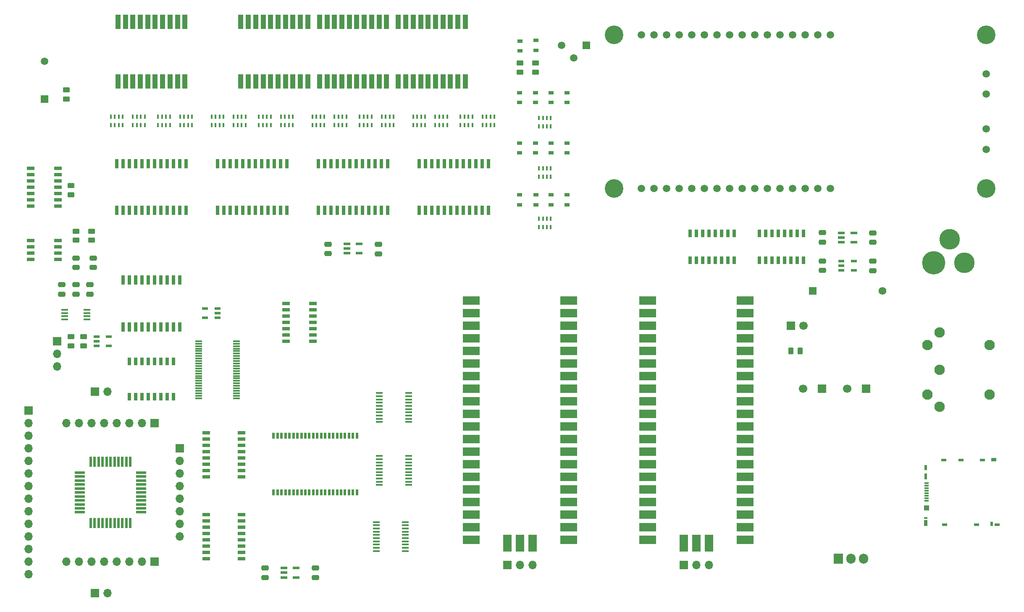
<source format=gbr>
%TF.GenerationSoftware,KiCad,Pcbnew,(6.0.5)*%
%TF.CreationDate,2023-06-11T10:01:27+02:00*%
%TF.ProjectId,Pico Debugger,5069636f-2044-4656-9275-676765722e6b,rev?*%
%TF.SameCoordinates,Original*%
%TF.FileFunction,Soldermask,Top*%
%TF.FilePolarity,Negative*%
%FSLAX46Y46*%
G04 Gerber Fmt 4.6, Leading zero omitted, Abs format (unit mm)*
G04 Created by KiCad (PCBNEW (6.0.5)) date 2023-06-11 10:01:27*
%MOMM*%
%LPD*%
G01*
G04 APERTURE LIST*
G04 Aperture macros list*
%AMRoundRect*
0 Rectangle with rounded corners*
0 $1 Rounding radius*
0 $2 $3 $4 $5 $6 $7 $8 $9 X,Y pos of 4 corners*
0 Add a 4 corners polygon primitive as box body*
4,1,4,$2,$3,$4,$5,$6,$7,$8,$9,$2,$3,0*
0 Add four circle primitives for the rounded corners*
1,1,$1+$1,$2,$3*
1,1,$1+$1,$4,$5*
1,1,$1+$1,$6,$7*
1,1,$1+$1,$8,$9*
0 Add four rect primitives between the rounded corners*
20,1,$1+$1,$2,$3,$4,$5,0*
20,1,$1+$1,$4,$5,$6,$7,0*
20,1,$1+$1,$6,$7,$8,$9,0*
20,1,$1+$1,$8,$9,$2,$3,0*%
G04 Aperture macros list end*
%ADD10R,0.425000X0.900000*%
%ADD11R,1.425000X0.300000*%
%ADD12R,0.650000X1.950000*%
%ADD13R,1.000000X0.800000*%
%ADD14R,1.700000X1.700000*%
%ADD15C,1.700000*%
%ADD16O,1.700000X1.700000*%
%ADD17R,1.000000X3.000000*%
%ADD18R,1.550000X0.650000*%
%ADD19RoundRect,0.250000X-0.475000X0.250000X-0.475000X-0.250000X0.475000X-0.250000X0.475000X0.250000X0*%
%ADD20R,1.905000X2.000000*%
%ADD21O,1.905000X2.000000*%
%ADD22RoundRect,0.250000X0.262500X0.450000X-0.262500X0.450000X-0.262500X-0.450000X0.262500X-0.450000X0*%
%ADD23R,1.400000X0.600000*%
%ADD24RoundRect,0.250000X-0.450000X0.262500X-0.450000X-0.262500X0.450000X-0.262500X0.450000X0.262500X0*%
%ADD25R,1.250000X0.600000*%
%ADD26R,0.650000X1.550000*%
%ADD27RoundRect,0.250000X0.450000X-0.262500X0.450000X0.262500X-0.450000X0.262500X-0.450000X-0.262500X0*%
%ADD28R,0.650000X1.925000*%
%ADD29R,1.150000X0.600000*%
%ADD30C,4.700000*%
%ADD31C,4.150000*%
%ADD32RoundRect,0.250000X0.475000X-0.250000X0.475000X0.250000X-0.475000X0.250000X-0.475000X-0.250000X0*%
%ADD33C,1.500000*%
%ADD34C,3.750000*%
%ADD35RoundRect,0.137500X0.912500X-0.137500X0.912500X0.137500X-0.912500X0.137500X-0.912500X-0.137500X0*%
%ADD36RoundRect,0.137500X0.137500X-0.912500X0.137500X0.912500X-0.137500X0.912500X-0.137500X-0.912500X0*%
%ADD37R,1.509000X1.509000*%
%ADD38C,1.509000*%
%ADD39R,1.475000X0.450000*%
%ADD40R,3.500000X1.700000*%
%ADD41R,1.700000X3.500000*%
%ADD42R,1.425000X0.450000*%
%ADD43C,2.100000*%
%ADD44R,1.500000X1.500000*%
%ADD45R,1.575000X1.575000*%
%ADD46C,1.575000*%
%ADD47R,0.850000X0.300000*%
%ADD48R,1.000000X1.000000*%
%ADD49R,0.650000X0.450000*%
%ADD50R,0.650000X1.150000*%
%ADD51R,1.000000X0.500000*%
%ADD52R,0.500000X0.850000*%
%ADD53R,1.000000X0.700000*%
%ADD54R,0.600000X1.000000*%
%ADD55R,0.600000X1.200000*%
%ADD56R,0.600000X1.295000*%
G04 APERTURE END LIST*
D10*
%TO.C,RN4*%
X61665000Y-68160000D03*
X62465000Y-68160000D03*
X63265000Y-68160000D03*
X64065000Y-68160000D03*
X64065000Y-66460000D03*
X63265000Y-66460000D03*
X62465000Y-66460000D03*
X61665000Y-66460000D03*
%TD*%
D11*
%TO.C,IC5*%
X79373000Y-111725000D03*
X79373000Y-112225000D03*
X79373000Y-112725000D03*
X79373000Y-113225000D03*
X79373000Y-113725000D03*
X79373000Y-114225000D03*
X79373000Y-114725000D03*
X79373000Y-115225000D03*
X79373000Y-115725000D03*
X79373000Y-116225000D03*
X79373000Y-116725000D03*
X79373000Y-117225000D03*
X79373000Y-117725000D03*
X79373000Y-118225000D03*
X79373000Y-118725000D03*
X79373000Y-119225000D03*
X79373000Y-119725000D03*
X79373000Y-120225000D03*
X79373000Y-120725000D03*
X79373000Y-121225000D03*
X79373000Y-121725000D03*
X79373000Y-122225000D03*
X79373000Y-122725000D03*
X79373000Y-123225000D03*
X86997000Y-123225000D03*
X86997000Y-122725000D03*
X86997000Y-122225000D03*
X86997000Y-121725000D03*
X86997000Y-121225000D03*
X86997000Y-120725000D03*
X86997000Y-120225000D03*
X86997000Y-119725000D03*
X86997000Y-119225000D03*
X86997000Y-118725000D03*
X86997000Y-118225000D03*
X86997000Y-117725000D03*
X86997000Y-117225000D03*
X86997000Y-116725000D03*
X86997000Y-116225000D03*
X86997000Y-115725000D03*
X86997000Y-115225000D03*
X86997000Y-114725000D03*
X86997000Y-114225000D03*
X86997000Y-113725000D03*
X86997000Y-113225000D03*
X86997000Y-112725000D03*
X86997000Y-112225000D03*
X86997000Y-111725000D03*
%TD*%
D12*
%TO.C,IC12*%
X64135000Y-108865000D03*
X65405000Y-108865000D03*
X66675000Y-108865000D03*
X67945000Y-108865000D03*
X69215000Y-108865000D03*
X70485000Y-108865000D03*
X71755000Y-108865000D03*
X73025000Y-108865000D03*
X74295000Y-108865000D03*
X75565000Y-108865000D03*
X75565000Y-99415000D03*
X74295000Y-99415000D03*
X73025000Y-99415000D03*
X71755000Y-99415000D03*
X70485000Y-99415000D03*
X69215000Y-99415000D03*
X67945000Y-99415000D03*
X66675000Y-99415000D03*
X65405000Y-99415000D03*
X64135000Y-99415000D03*
%TD*%
D13*
%TO.C,LED5*%
X147250000Y-71755000D03*
X147250000Y-73755000D03*
%TD*%
D14*
%TO.C,C6*%
X205002651Y-121285000D03*
D15*
X201202651Y-121285000D03*
%TD*%
D10*
%TO.C,RN11*%
X114230000Y-66460000D03*
X113430000Y-66460000D03*
X112630000Y-66460000D03*
X111830000Y-66460000D03*
X111830000Y-68160000D03*
X112630000Y-68160000D03*
X113430000Y-68160000D03*
X114230000Y-68160000D03*
%TD*%
D13*
%TO.C,LED10*%
X150425000Y-61595000D03*
X150425000Y-63595000D03*
%TD*%
D14*
%TO.C,J8*%
X70485000Y-128270000D03*
D16*
X67945000Y-128270000D03*
X65405000Y-128270000D03*
X62865000Y-128270000D03*
X60325000Y-128270000D03*
X57785000Y-128270000D03*
X55245000Y-128270000D03*
X52705000Y-128270000D03*
%TD*%
D17*
%TO.C,DS3*%
X103740000Y-59340000D03*
X105240000Y-59340000D03*
X106740000Y-59340000D03*
X108240000Y-59340000D03*
X109740000Y-59340000D03*
X111240000Y-59340000D03*
X112740000Y-59340000D03*
X114240000Y-59340000D03*
X115740000Y-59340000D03*
X117240000Y-59340000D03*
X117240000Y-47340000D03*
X115740000Y-47340000D03*
X114240000Y-47340000D03*
X112740000Y-47340000D03*
X111240000Y-47340000D03*
X109740000Y-47340000D03*
X108240000Y-47340000D03*
X106740000Y-47340000D03*
X105240000Y-47340000D03*
X103740000Y-47340000D03*
%TD*%
D10*
%TO.C,RN8*%
X102305000Y-68160000D03*
X103105000Y-68160000D03*
X103905000Y-68160000D03*
X104705000Y-68160000D03*
X104705000Y-66460000D03*
X103905000Y-66460000D03*
X103105000Y-66460000D03*
X102305000Y-66460000D03*
%TD*%
D13*
%TO.C,LED11*%
X153600000Y-61595000D03*
X153600000Y-63595000D03*
%TD*%
D14*
%TO.C,J11*%
X58420000Y-121920000D03*
D16*
X60960000Y-121920000D03*
%TD*%
D18*
%TO.C,IC10*%
X45535000Y-91440000D03*
X45535000Y-92710000D03*
X45535000Y-93980000D03*
X45535000Y-95250000D03*
X50985000Y-95250000D03*
X50985000Y-93980000D03*
X50985000Y-92710000D03*
X50985000Y-91440000D03*
%TD*%
D19*
%TO.C,C4*%
X215265000Y-95586000D03*
X215265000Y-97486000D03*
%TD*%
D17*
%TO.C,DS2*%
X63100000Y-59340000D03*
X64600000Y-59340000D03*
X66100000Y-59340000D03*
X67600000Y-59340000D03*
X69100000Y-59340000D03*
X70600000Y-59340000D03*
X72100000Y-59340000D03*
X73600000Y-59340000D03*
X75100000Y-59340000D03*
X76600000Y-59340000D03*
X76600000Y-47340000D03*
X75100000Y-47340000D03*
X73600000Y-47340000D03*
X72100000Y-47340000D03*
X70600000Y-47340000D03*
X69100000Y-47340000D03*
X67600000Y-47340000D03*
X66100000Y-47340000D03*
X64600000Y-47340000D03*
X63100000Y-47340000D03*
%TD*%
D14*
%TO.C,J12*%
X50800000Y-111760000D03*
D16*
X50800000Y-114300000D03*
X50800000Y-116840000D03*
%TD*%
D20*
%TO.C,U1*%
X208280000Y-155575000D03*
D21*
X210820000Y-155575000D03*
X213360000Y-155575000D03*
%TD*%
D22*
%TO.C,R3*%
X200580000Y-113665000D03*
X198755000Y-113665000D03*
%TD*%
D18*
%TO.C,IC15*%
X45535000Y-76835000D03*
X45535000Y-78105000D03*
X45535000Y-79375000D03*
X45535000Y-80645000D03*
X45535000Y-81915000D03*
X45535000Y-83185000D03*
X45535000Y-84455000D03*
X50985000Y-84455000D03*
X50985000Y-83185000D03*
X50985000Y-81915000D03*
X50985000Y-80645000D03*
X50985000Y-79375000D03*
X50985000Y-78105000D03*
X50985000Y-76835000D03*
%TD*%
D23*
%TO.C,IC1*%
X208935000Y-89855000D03*
X208935000Y-90805000D03*
X208935000Y-91755000D03*
X211435000Y-91755000D03*
X211435000Y-89855000D03*
%TD*%
D18*
%TO.C,RN2*%
X80907000Y-130175000D03*
X80907000Y-131445000D03*
X80907000Y-132715000D03*
X80907000Y-133985000D03*
X80907000Y-135255000D03*
X80907000Y-136525000D03*
X80907000Y-137795000D03*
X80907000Y-139065000D03*
X88003000Y-139065000D03*
X88003000Y-137795000D03*
X88003000Y-136525000D03*
X88003000Y-135255000D03*
X88003000Y-133985000D03*
X88003000Y-132715000D03*
X88003000Y-131445000D03*
X88003000Y-130175000D03*
%TD*%
D23*
%TO.C,IC22*%
X96540000Y-157482500D03*
X96540000Y-158432500D03*
X96540000Y-159382500D03*
X99040000Y-159382500D03*
X99040000Y-157482500D03*
%TD*%
D24*
%TO.C,R5*%
X54620000Y-89535000D03*
X54620000Y-91360000D03*
%TD*%
D13*
%TO.C,LED9*%
X147250000Y-61595000D03*
X147250000Y-63595000D03*
%TD*%
D19*
%TO.C,C7*%
X54610000Y-94951000D03*
X54610000Y-96851000D03*
%TD*%
D25*
%TO.C,IC11*%
X83165000Y-106995000D03*
X83165000Y-106045000D03*
X83165000Y-105095000D03*
X80665000Y-105095000D03*
X80665000Y-106995000D03*
%TD*%
D14*
%TO.C,J6*%
X75565000Y-133350000D03*
D16*
X75565000Y-135890000D03*
X75565000Y-138430000D03*
X75565000Y-140970000D03*
X75565000Y-143510000D03*
X75565000Y-146050000D03*
X75565000Y-148590000D03*
X75565000Y-151130000D03*
%TD*%
D26*
%TO.C,RN1*%
X74295000Y-115832000D03*
X73025000Y-115832000D03*
X71755000Y-115832000D03*
X70485000Y-115832000D03*
X69215000Y-115832000D03*
X67945000Y-115832000D03*
X66675000Y-115832000D03*
X65405000Y-115832000D03*
X65405000Y-122928000D03*
X66675000Y-122928000D03*
X67945000Y-122928000D03*
X69215000Y-122928000D03*
X70485000Y-122928000D03*
X71755000Y-122928000D03*
X73025000Y-122928000D03*
X74295000Y-122928000D03*
%TD*%
D27*
%TO.C,R2*%
X52695000Y-62865000D03*
X52695000Y-61040000D03*
%TD*%
D13*
%TO.C,LED13*%
X147320000Y-82185000D03*
X147320000Y-84185000D03*
%TD*%
D10*
%TO.C,RN10*%
X118675000Y-66460000D03*
X117875000Y-66460000D03*
X117075000Y-66460000D03*
X116275000Y-66460000D03*
X116275000Y-68160000D03*
X117075000Y-68160000D03*
X117875000Y-68160000D03*
X118675000Y-68160000D03*
%TD*%
%TO.C,RN22*%
X147955000Y-88695000D03*
X148755000Y-88695000D03*
X149555000Y-88695000D03*
X150355000Y-88695000D03*
X150355000Y-86995000D03*
X149555000Y-86995000D03*
X148755000Y-86995000D03*
X147955000Y-86995000D03*
%TD*%
D13*
%TO.C,LED3*%
X147320000Y-51070000D03*
X147320000Y-53070000D03*
%TD*%
%TO.C,LED2*%
X144145000Y-51163000D03*
X144145000Y-53163000D03*
%TD*%
D19*
%TO.C,C8*%
X58102500Y-94951000D03*
X58102500Y-96851000D03*
%TD*%
D27*
%TO.C,R7*%
X144135000Y-57427500D03*
X144135000Y-55602500D03*
%TD*%
D19*
%TO.C,C46*%
X115570000Y-92214500D03*
X115570000Y-94114500D03*
%TD*%
D13*
%TO.C,LED4*%
X144075000Y-71755000D03*
X144075000Y-73755000D03*
%TD*%
D23*
%TO.C,IC23*%
X109240000Y-92077500D03*
X109240000Y-93027500D03*
X109240000Y-93977500D03*
X111740000Y-93977500D03*
X111740000Y-92077500D03*
%TD*%
D17*
%TO.C,DS5*%
X87865000Y-59340000D03*
X89365000Y-59340000D03*
X90865000Y-59340000D03*
X92365000Y-59340000D03*
X93865000Y-59340000D03*
X95365000Y-59340000D03*
X96865000Y-59340000D03*
X98365000Y-59340000D03*
X99865000Y-59340000D03*
X101365000Y-59340000D03*
X101365000Y-47340000D03*
X99865000Y-47340000D03*
X98365000Y-47340000D03*
X96865000Y-47340000D03*
X95365000Y-47340000D03*
X93865000Y-47340000D03*
X92365000Y-47340000D03*
X90865000Y-47340000D03*
X89365000Y-47340000D03*
X87865000Y-47340000D03*
%TD*%
D10*
%TO.C,RN20*%
X147955000Y-78535000D03*
X148755000Y-78535000D03*
X149555000Y-78535000D03*
X150355000Y-78535000D03*
X150355000Y-76835000D03*
X149555000Y-76835000D03*
X148755000Y-76835000D03*
X147955000Y-76835000D03*
%TD*%
D28*
%TO.C,IC21*%
X83185000Y-85357000D03*
X84455000Y-85357000D03*
X85725000Y-85357000D03*
X86995000Y-85357000D03*
X88265000Y-85357000D03*
X89535000Y-85357000D03*
X90805000Y-85357000D03*
X92075000Y-85357000D03*
X93345000Y-85357000D03*
X94615000Y-85357000D03*
X95885000Y-85357000D03*
X97155000Y-85357000D03*
X97155000Y-75933000D03*
X95885000Y-75933000D03*
X94615000Y-75933000D03*
X93345000Y-75933000D03*
X92075000Y-75933000D03*
X90805000Y-75933000D03*
X89535000Y-75933000D03*
X88265000Y-75933000D03*
X86995000Y-75933000D03*
X85725000Y-75933000D03*
X84455000Y-75933000D03*
X83185000Y-75933000D03*
%TD*%
D29*
%TO.C,IC2*%
X208885000Y-95570000D03*
X208885000Y-96520000D03*
X208885000Y-97470000D03*
X211485000Y-97470000D03*
X211485000Y-95570000D03*
%TD*%
D13*
%TO.C,LED6*%
X150425000Y-71755000D03*
X150425000Y-73755000D03*
%TD*%
D30*
%TO.C,J5*%
X227533200Y-95885000D03*
D31*
X230733200Y-91185000D03*
X233733200Y-95885000D03*
%TD*%
D32*
%TO.C,C20*%
X54610000Y-102216500D03*
X54610000Y-100316500D03*
%TD*%
D26*
%TO.C,IC3*%
X192365000Y-95435000D03*
X193635000Y-95435000D03*
X194905000Y-95435000D03*
X196175000Y-95435000D03*
X197445000Y-95435000D03*
X198715000Y-95435000D03*
X199985000Y-95435000D03*
X201255000Y-95435000D03*
X201255000Y-89985000D03*
X199985000Y-89985000D03*
X198715000Y-89985000D03*
X197445000Y-89985000D03*
X196175000Y-89985000D03*
X194905000Y-89985000D03*
X193635000Y-89985000D03*
X192365000Y-89985000D03*
%TD*%
D28*
%TO.C,IC19*%
X103505000Y-85357000D03*
X104775000Y-85357000D03*
X106045000Y-85357000D03*
X107315000Y-85357000D03*
X108585000Y-85357000D03*
X109855000Y-85357000D03*
X111125000Y-85357000D03*
X112395000Y-85357000D03*
X113665000Y-85357000D03*
X114935000Y-85357000D03*
X116205000Y-85357000D03*
X117475000Y-85357000D03*
X117475000Y-75933000D03*
X116205000Y-75933000D03*
X114935000Y-75933000D03*
X113665000Y-75933000D03*
X112395000Y-75933000D03*
X111125000Y-75933000D03*
X109855000Y-75933000D03*
X108585000Y-75933000D03*
X107315000Y-75933000D03*
X106045000Y-75933000D03*
X104775000Y-75933000D03*
X103505000Y-75933000D03*
%TD*%
D27*
%TO.C,R4*%
X57775000Y-91360000D03*
X57775000Y-89535000D03*
%TD*%
D13*
%TO.C,LED12*%
X144075000Y-82185000D03*
X144075000Y-84185000D03*
%TD*%
D14*
%TO.C,J1*%
X177180000Y-156845000D03*
D16*
X179720000Y-156845000D03*
X182260000Y-156845000D03*
%TD*%
D32*
%TO.C,C43*%
X92710000Y-159366500D03*
X92710000Y-157466500D03*
%TD*%
D24*
%TO.C,R12*%
X53667500Y-110847500D03*
X53667500Y-112672500D03*
%TD*%
D18*
%TO.C,RN3*%
X80907000Y-146685000D03*
X80907000Y-147955000D03*
X80907000Y-149225000D03*
X80907000Y-150495000D03*
X80907000Y-151765000D03*
X80907000Y-153035000D03*
X80907000Y-154305000D03*
X80907000Y-155575000D03*
X88003000Y-155575000D03*
X88003000Y-154305000D03*
X88003000Y-153035000D03*
X88003000Y-151765000D03*
X88003000Y-150495000D03*
X88003000Y-149225000D03*
X88003000Y-147955000D03*
X88003000Y-146685000D03*
%TD*%
D10*
%TO.C,RN9*%
X106750000Y-68160000D03*
X107550000Y-68160000D03*
X108350000Y-68160000D03*
X109150000Y-68160000D03*
X109150000Y-66460000D03*
X108350000Y-66460000D03*
X107550000Y-66460000D03*
X106750000Y-66460000D03*
%TD*%
%TO.C,RN18*%
X98355000Y-66460000D03*
X97555000Y-66460000D03*
X96755000Y-66460000D03*
X95955000Y-66460000D03*
X95955000Y-68160000D03*
X96755000Y-68160000D03*
X97555000Y-68160000D03*
X98355000Y-68160000D03*
%TD*%
D33*
%TO.C,DS1*%
X168620000Y-80905000D03*
X171160000Y-80905000D03*
X173700000Y-80905000D03*
X176240000Y-80905000D03*
X178780000Y-80905000D03*
X181320000Y-80905000D03*
X183860000Y-80905000D03*
X186400000Y-80905000D03*
X188940000Y-80905000D03*
X191480000Y-80905000D03*
X194020000Y-80905000D03*
X196560000Y-80905000D03*
X199100000Y-80905000D03*
X201640000Y-80905000D03*
X204180000Y-80905000D03*
X206720000Y-80905000D03*
X168620000Y-49905000D03*
X171160000Y-49905000D03*
X173700000Y-49905000D03*
X176240000Y-49905000D03*
X178780000Y-49905000D03*
X181320000Y-49905000D03*
X183860000Y-49905000D03*
X186400000Y-49905000D03*
X188940000Y-49905000D03*
X191480000Y-49905000D03*
X194020000Y-49905000D03*
X196560000Y-49905000D03*
X199100000Y-49905000D03*
X201640000Y-49905000D03*
X204180000Y-49905000D03*
X206720000Y-49905000D03*
X238120000Y-57785000D03*
X238120000Y-61905000D03*
X238120000Y-68905000D03*
X238120000Y-73025000D03*
D34*
X163120000Y-80905000D03*
X163120000Y-49905000D03*
X238120000Y-49905000D03*
X238120000Y-80905000D03*
%TD*%
D35*
%TO.C,IC7*%
X55395000Y-142240000D03*
X55395000Y-143040000D03*
X55395000Y-143840000D03*
X55395000Y-144640000D03*
X55395000Y-145440000D03*
X55395000Y-146240000D03*
D36*
X57595000Y-148440000D03*
X58395000Y-148440000D03*
X59195000Y-148440000D03*
X59995000Y-148440000D03*
X60795000Y-148440000D03*
X61595000Y-148440000D03*
X62395000Y-148440000D03*
X63195000Y-148440000D03*
X63995000Y-148440000D03*
X64795000Y-148440000D03*
X65595000Y-148440000D03*
D35*
X67795000Y-146240000D03*
X67795000Y-145440000D03*
X67795000Y-144640000D03*
X67795000Y-143840000D03*
X67795000Y-143040000D03*
X67795000Y-142240000D03*
X67795000Y-141440000D03*
X67795000Y-140640000D03*
X67795000Y-139840000D03*
X67795000Y-139040000D03*
X67795000Y-138240000D03*
D36*
X65595000Y-136040000D03*
X64795000Y-136040000D03*
X63995000Y-136040000D03*
X63195000Y-136040000D03*
X62395000Y-136040000D03*
X61595000Y-136040000D03*
X60795000Y-136040000D03*
X59995000Y-136040000D03*
X59195000Y-136040000D03*
X58395000Y-136040000D03*
X57595000Y-136040000D03*
D35*
X55395000Y-138240000D03*
X55395000Y-139040000D03*
X55395000Y-139840000D03*
X55395000Y-140640000D03*
X55395000Y-141440000D03*
%TD*%
D27*
%TO.C,R1*%
X53647500Y-82192500D03*
X53647500Y-80367500D03*
%TD*%
%TO.C,R8*%
X147310000Y-57427500D03*
X147310000Y-55602500D03*
%TD*%
D37*
%TO.C,S1*%
X48260000Y-62865000D03*
D38*
X48260000Y-55245000D03*
%TD*%
D10*
%TO.C,RN16*%
X81985000Y-68160000D03*
X82785000Y-68160000D03*
X83585000Y-68160000D03*
X84385000Y-68160000D03*
X84385000Y-66460000D03*
X83585000Y-66460000D03*
X82785000Y-66460000D03*
X81985000Y-66460000D03*
%TD*%
%TO.C,RN21*%
X147955000Y-68375000D03*
X148755000Y-68375000D03*
X149555000Y-68375000D03*
X150355000Y-68375000D03*
X150355000Y-66675000D03*
X149555000Y-66675000D03*
X148755000Y-66675000D03*
X147955000Y-66675000D03*
%TD*%
D14*
%TO.C,LED1*%
X198755000Y-108585000D03*
D15*
X201295000Y-108585000D03*
%TD*%
D39*
%TO.C,IC9*%
X121683000Y-128020000D03*
X121683000Y-127370000D03*
X121683000Y-126720000D03*
X121683000Y-126070000D03*
X121683000Y-125420000D03*
X121683000Y-124770000D03*
X121683000Y-124120000D03*
X121683000Y-123470000D03*
X121683000Y-122820000D03*
X121683000Y-122170000D03*
X115807000Y-122170000D03*
X115807000Y-122820000D03*
X115807000Y-123470000D03*
X115807000Y-124120000D03*
X115807000Y-124770000D03*
X115807000Y-125420000D03*
X115807000Y-126070000D03*
X115807000Y-126720000D03*
X115807000Y-127370000D03*
X115807000Y-128020000D03*
%TD*%
D40*
%TO.C,U3*%
X134355000Y-103505000D03*
X134355000Y-106045000D03*
X134355000Y-108585000D03*
X134355000Y-111125000D03*
X134355000Y-113665000D03*
X134355000Y-116205000D03*
X134355000Y-118745000D03*
X134355000Y-121285000D03*
X134355000Y-123825000D03*
X134355000Y-126365000D03*
X134355000Y-128905000D03*
X134355000Y-131445000D03*
X134355000Y-133985000D03*
X134355000Y-136525000D03*
X134355000Y-139065000D03*
X134355000Y-141605000D03*
X134355000Y-144145000D03*
X134355000Y-146685000D03*
X134355000Y-149225000D03*
X134355000Y-151765000D03*
X153935000Y-151765000D03*
X153935000Y-149225000D03*
X153935000Y-146685000D03*
X153935000Y-144145000D03*
X153935000Y-141605000D03*
X153935000Y-139065000D03*
X153935000Y-136525000D03*
X153935000Y-133985000D03*
X153935000Y-131445000D03*
X153935000Y-128905000D03*
X153935000Y-126365000D03*
X153935000Y-123825000D03*
X153935000Y-121285000D03*
X153935000Y-118745000D03*
X153935000Y-116205000D03*
X153935000Y-113665000D03*
X153935000Y-111125000D03*
X153935000Y-108585000D03*
X153935000Y-106045000D03*
X153935000Y-103505000D03*
D41*
X141605000Y-152435000D03*
X144145000Y-152435000D03*
X146685000Y-152435000D03*
%TD*%
D10*
%TO.C,RN15*%
X134550000Y-66460000D03*
X133750000Y-66460000D03*
X132950000Y-66460000D03*
X132150000Y-66460000D03*
X132150000Y-68160000D03*
X132950000Y-68160000D03*
X133750000Y-68160000D03*
X134550000Y-68160000D03*
%TD*%
D42*
%TO.C,IC16*%
X52398000Y-105387500D03*
X52398000Y-106037500D03*
X52398000Y-106687500D03*
X52398000Y-107337500D03*
X56822000Y-107337500D03*
X56822000Y-106687500D03*
X56822000Y-106037500D03*
X56822000Y-105387500D03*
%TD*%
D32*
%TO.C,C44*%
X105410000Y-94082500D03*
X105410000Y-92182500D03*
%TD*%
%TO.C,C41*%
X51752500Y-102216500D03*
X51752500Y-100316500D03*
%TD*%
D10*
%TO.C,RN13*%
X127070000Y-68160000D03*
X127870000Y-68160000D03*
X128670000Y-68160000D03*
X129470000Y-68160000D03*
X129470000Y-66460000D03*
X128670000Y-66460000D03*
X127870000Y-66460000D03*
X127070000Y-66460000D03*
%TD*%
%TO.C,RN17*%
X86430000Y-68160000D03*
X87230000Y-68160000D03*
X88030000Y-68160000D03*
X88830000Y-68160000D03*
X88830000Y-66460000D03*
X88030000Y-66460000D03*
X87230000Y-66460000D03*
X86430000Y-66460000D03*
%TD*%
D14*
%TO.C,C5*%
X213892651Y-121285000D03*
D15*
X210092651Y-121285000D03*
%TD*%
D39*
%TO.C,IC8*%
X121048000Y-154055000D03*
X121048000Y-153405000D03*
X121048000Y-152755000D03*
X121048000Y-152105000D03*
X121048000Y-151455000D03*
X121048000Y-150805000D03*
X121048000Y-150155000D03*
X121048000Y-149505000D03*
X121048000Y-148855000D03*
X121048000Y-148205000D03*
X115172000Y-148205000D03*
X115172000Y-148855000D03*
X115172000Y-149505000D03*
X115172000Y-150155000D03*
X115172000Y-150805000D03*
X115172000Y-151455000D03*
X115172000Y-152105000D03*
X115172000Y-152755000D03*
X115172000Y-153405000D03*
X115172000Y-154055000D03*
%TD*%
D10*
%TO.C,RN19*%
X93910000Y-66460000D03*
X93110000Y-66460000D03*
X92310000Y-66460000D03*
X91510000Y-66460000D03*
X91510000Y-68160000D03*
X92310000Y-68160000D03*
X93110000Y-68160000D03*
X93910000Y-68160000D03*
%TD*%
D25*
%TO.C,IC17*%
X58757500Y-110810000D03*
X58757500Y-111760000D03*
X58757500Y-112710000D03*
X61257500Y-112710000D03*
X61257500Y-110810000D03*
%TD*%
D43*
%TO.C,J4*%
X228760000Y-109975000D03*
X228760000Y-117475000D03*
X228760000Y-124975000D03*
X226260000Y-112475000D03*
X226260000Y-122475000D03*
X238760000Y-112475000D03*
X238760000Y-122475000D03*
%TD*%
D13*
%TO.C,LED15*%
X153600000Y-82185000D03*
X153600000Y-84185000D03*
%TD*%
%TO.C,LED7*%
X153600000Y-71755000D03*
X153600000Y-73755000D03*
%TD*%
%TO.C,LED8*%
X144075000Y-61595000D03*
X144075000Y-63595000D03*
%TD*%
D14*
%TO.C,J2*%
X141620000Y-156845000D03*
D16*
X144160000Y-156845000D03*
X146700000Y-156845000D03*
%TD*%
D10*
%TO.C,RN12*%
X122625000Y-68160000D03*
X123425000Y-68160000D03*
X124225000Y-68160000D03*
X125025000Y-68160000D03*
X125025000Y-66460000D03*
X124225000Y-66460000D03*
X123425000Y-66460000D03*
X122625000Y-66460000D03*
%TD*%
D14*
%TO.C,J7*%
X70485000Y-156210000D03*
D16*
X67945000Y-156210000D03*
X65405000Y-156210000D03*
X62865000Y-156210000D03*
X60325000Y-156210000D03*
X57785000Y-156210000D03*
X55245000Y-156210000D03*
X52705000Y-156210000D03*
%TD*%
D10*
%TO.C,RN5*%
X66115000Y-68160000D03*
X66915000Y-68160000D03*
X67715000Y-68160000D03*
X68515000Y-68160000D03*
X68515000Y-66460000D03*
X67715000Y-66460000D03*
X66915000Y-66460000D03*
X66115000Y-66460000D03*
%TD*%
%TO.C,RN14*%
X138995000Y-66460000D03*
X138195000Y-66460000D03*
X137395000Y-66460000D03*
X136595000Y-66460000D03*
X136595000Y-68160000D03*
X137395000Y-68160000D03*
X138195000Y-68160000D03*
X138995000Y-68160000D03*
%TD*%
D19*
%TO.C,C45*%
X102870000Y-157498500D03*
X102870000Y-159398500D03*
%TD*%
D18*
%TO.C,IC13*%
X96970000Y-104140000D03*
X96970000Y-105410000D03*
X96970000Y-106680000D03*
X96970000Y-107950000D03*
X96970000Y-109220000D03*
X96970000Y-110490000D03*
X96970000Y-111760000D03*
X102420000Y-111760000D03*
X102420000Y-110490000D03*
X102420000Y-109220000D03*
X102420000Y-107950000D03*
X102420000Y-106680000D03*
X102420000Y-105410000D03*
X102420000Y-104140000D03*
%TD*%
D44*
%TO.C,VR1*%
X157480000Y-52070000D03*
D33*
X154980000Y-54570000D03*
X152480000Y-52070000D03*
%TD*%
D28*
%TO.C,IC20*%
X123825000Y-85357000D03*
X125095000Y-85357000D03*
X126365000Y-85357000D03*
X127635000Y-85357000D03*
X128905000Y-85357000D03*
X130175000Y-85357000D03*
X131445000Y-85357000D03*
X132715000Y-85357000D03*
X133985000Y-85357000D03*
X135255000Y-85357000D03*
X136525000Y-85357000D03*
X137795000Y-85357000D03*
X137795000Y-75933000D03*
X136525000Y-75933000D03*
X135255000Y-75933000D03*
X133985000Y-75933000D03*
X132715000Y-75933000D03*
X131445000Y-75933000D03*
X130175000Y-75933000D03*
X128905000Y-75933000D03*
X127635000Y-75933000D03*
X126365000Y-75933000D03*
X125095000Y-75933000D03*
X123825000Y-75933000D03*
%TD*%
D14*
%TO.C,J9*%
X45085000Y-125730000D03*
D16*
X45085000Y-128270000D03*
X45085000Y-130810000D03*
X45085000Y-133350000D03*
X45085000Y-135890000D03*
X45085000Y-138430000D03*
X45085000Y-140970000D03*
X45085000Y-143510000D03*
X45085000Y-146050000D03*
X45085000Y-148590000D03*
X45085000Y-151130000D03*
X45085000Y-153670000D03*
X45085000Y-156210000D03*
X45085000Y-158750000D03*
%TD*%
D10*
%TO.C,RN6*%
X73590000Y-66460000D03*
X72790000Y-66460000D03*
X71990000Y-66460000D03*
X71190000Y-66460000D03*
X71190000Y-68160000D03*
X71990000Y-68160000D03*
X72790000Y-68160000D03*
X73590000Y-68160000D03*
%TD*%
D40*
%TO.C,U2*%
X169915000Y-103505000D03*
X169915000Y-106045000D03*
X169915000Y-108585000D03*
X169915000Y-111125000D03*
X169915000Y-113665000D03*
X169915000Y-116205000D03*
X169915000Y-118745000D03*
X169915000Y-121285000D03*
X169915000Y-123825000D03*
X169915000Y-126365000D03*
X169915000Y-128905000D03*
X169915000Y-131445000D03*
X169915000Y-133985000D03*
X169915000Y-136525000D03*
X169915000Y-139065000D03*
X169915000Y-141605000D03*
X169915000Y-144145000D03*
X169915000Y-146685000D03*
X169915000Y-149225000D03*
X169915000Y-151765000D03*
X189495000Y-151765000D03*
X189495000Y-149225000D03*
X189495000Y-146685000D03*
X189495000Y-144145000D03*
X189495000Y-141605000D03*
X189495000Y-139065000D03*
X189495000Y-136525000D03*
X189495000Y-133985000D03*
X189495000Y-131445000D03*
X189495000Y-128905000D03*
X189495000Y-126365000D03*
X189495000Y-123825000D03*
X189495000Y-121285000D03*
X189495000Y-118745000D03*
X189495000Y-116205000D03*
X189495000Y-113665000D03*
X189495000Y-111125000D03*
X189495000Y-108585000D03*
X189495000Y-106045000D03*
X189495000Y-103505000D03*
D41*
X177165000Y-152435000D03*
X179705000Y-152435000D03*
X182245000Y-152435000D03*
%TD*%
D14*
%TO.C,J10*%
X58420000Y-162560000D03*
D16*
X60960000Y-162560000D03*
%TD*%
D28*
%TO.C,IC18*%
X62865000Y-85357000D03*
X64135000Y-85357000D03*
X65405000Y-85357000D03*
X66675000Y-85357000D03*
X67945000Y-85357000D03*
X69215000Y-85357000D03*
X70485000Y-85357000D03*
X71755000Y-85357000D03*
X73025000Y-85357000D03*
X74295000Y-85357000D03*
X75565000Y-85357000D03*
X76835000Y-85357000D03*
X76835000Y-75933000D03*
X75565000Y-75933000D03*
X74295000Y-75933000D03*
X73025000Y-75933000D03*
X71755000Y-75933000D03*
X70485000Y-75933000D03*
X69215000Y-75933000D03*
X67945000Y-75933000D03*
X66675000Y-75933000D03*
X65405000Y-75933000D03*
X64135000Y-75933000D03*
X62865000Y-75933000D03*
%TD*%
D13*
%TO.C,LED14*%
X150425000Y-82185000D03*
X150425000Y-84185000D03*
%TD*%
D32*
%TO.C,C2*%
X205105000Y-97454000D03*
X205105000Y-95554000D03*
%TD*%
D39*
%TO.C,IC6*%
X121683000Y-140720000D03*
X121683000Y-140070000D03*
X121683000Y-139420000D03*
X121683000Y-138770000D03*
X121683000Y-138120000D03*
X121683000Y-137470000D03*
X121683000Y-136820000D03*
X121683000Y-136170000D03*
X121683000Y-135520000D03*
X121683000Y-134870000D03*
X115807000Y-134870000D03*
X115807000Y-135520000D03*
X115807000Y-136170000D03*
X115807000Y-136820000D03*
X115807000Y-137470000D03*
X115807000Y-138120000D03*
X115807000Y-138770000D03*
X115807000Y-139420000D03*
X115807000Y-140070000D03*
X115807000Y-140720000D03*
%TD*%
D45*
%TO.C,D1*%
X203135500Y-101600500D03*
D46*
X217235500Y-101600500D03*
%TD*%
D10*
%TO.C,RN7*%
X78035000Y-66460000D03*
X77235000Y-66460000D03*
X76435000Y-66460000D03*
X75635000Y-66460000D03*
X75635000Y-68160000D03*
X76435000Y-68160000D03*
X77235000Y-68160000D03*
X78035000Y-68160000D03*
%TD*%
D19*
%TO.C,C3*%
X215265000Y-89871000D03*
X215265000Y-91771000D03*
%TD*%
D32*
%TO.C,C1*%
X205105000Y-91739000D03*
X205105000Y-89839000D03*
%TD*%
D26*
%TO.C,IC4*%
X178395000Y-95435000D03*
X179665000Y-95435000D03*
X180935000Y-95435000D03*
X182205000Y-95435000D03*
X183475000Y-95435000D03*
X184745000Y-95435000D03*
X186015000Y-95435000D03*
X187285000Y-95435000D03*
X187285000Y-89985000D03*
X186015000Y-89985000D03*
X184745000Y-89985000D03*
X183475000Y-89985000D03*
X182205000Y-89985000D03*
X180935000Y-89985000D03*
X179665000Y-89985000D03*
X178395000Y-89985000D03*
%TD*%
D47*
%TO.C,J3*%
X226055000Y-143890000D03*
X226055000Y-143390000D03*
X226055000Y-142890000D03*
X226055000Y-142390000D03*
X226055000Y-141890000D03*
X226055000Y-141390000D03*
X226055000Y-140890000D03*
X226055000Y-140390000D03*
D48*
X226130000Y-145390000D03*
D49*
X225955000Y-147415000D03*
D50*
X225955000Y-148415000D03*
D51*
X229730000Y-148740000D03*
X236130000Y-148740000D03*
D52*
X239180000Y-148565000D03*
D51*
X240330000Y-148740000D03*
D53*
X239630000Y-135640000D03*
D51*
X237330000Y-135740000D03*
X233030000Y-135740000D03*
X229530000Y-135740000D03*
D54*
X225930000Y-137240000D03*
D55*
X225930000Y-138990000D03*
%TD*%
D17*
%TO.C,DS4*%
X119615000Y-59340000D03*
X121115000Y-59340000D03*
X122615000Y-59340000D03*
X124115000Y-59340000D03*
X125615000Y-59340000D03*
X127115000Y-59340000D03*
X128615000Y-59340000D03*
X130115000Y-59340000D03*
X131615000Y-59340000D03*
X133115000Y-59340000D03*
X133115000Y-47340000D03*
X131615000Y-47340000D03*
X130115000Y-47340000D03*
X128615000Y-47340000D03*
X127115000Y-47340000D03*
X125615000Y-47340000D03*
X124115000Y-47340000D03*
X122615000Y-47340000D03*
X121115000Y-47340000D03*
X119615000Y-47340000D03*
%TD*%
D32*
%TO.C,C9*%
X57467500Y-102216500D03*
X57467500Y-100316500D03*
%TD*%
D24*
%TO.C,R6*%
X56207500Y-110847500D03*
X56207500Y-112672500D03*
%TD*%
D56*
%TO.C,IC14*%
X94470000Y-142253000D03*
X95270000Y-142253000D03*
X96070000Y-142253000D03*
X96870000Y-142253000D03*
X97670000Y-142253000D03*
X98470000Y-142253000D03*
X99270000Y-142253000D03*
X100070000Y-142253000D03*
X100870000Y-142253000D03*
X101670000Y-142253000D03*
X102470000Y-142253000D03*
X103270000Y-142253000D03*
X104070000Y-142253000D03*
X104870000Y-142253000D03*
X105670000Y-142253000D03*
X106470000Y-142253000D03*
X107270000Y-142253000D03*
X108070000Y-142253000D03*
X108870000Y-142253000D03*
X109670000Y-142253000D03*
X110470000Y-142253000D03*
X111270000Y-142253000D03*
X111270000Y-130797000D03*
X110470000Y-130797000D03*
X109670000Y-130797000D03*
X108870000Y-130797000D03*
X108070000Y-130797000D03*
X107270000Y-130797000D03*
X106470000Y-130797000D03*
X105670000Y-130797000D03*
X104870000Y-130797000D03*
X104070000Y-130797000D03*
X103270000Y-130797000D03*
X102470000Y-130797000D03*
X101670000Y-130797000D03*
X100870000Y-130797000D03*
X100070000Y-130797000D03*
X99270000Y-130797000D03*
X98470000Y-130797000D03*
X97670000Y-130797000D03*
X96870000Y-130797000D03*
X96070000Y-130797000D03*
X95270000Y-130797000D03*
X94470000Y-130797000D03*
%TD*%
M02*

</source>
